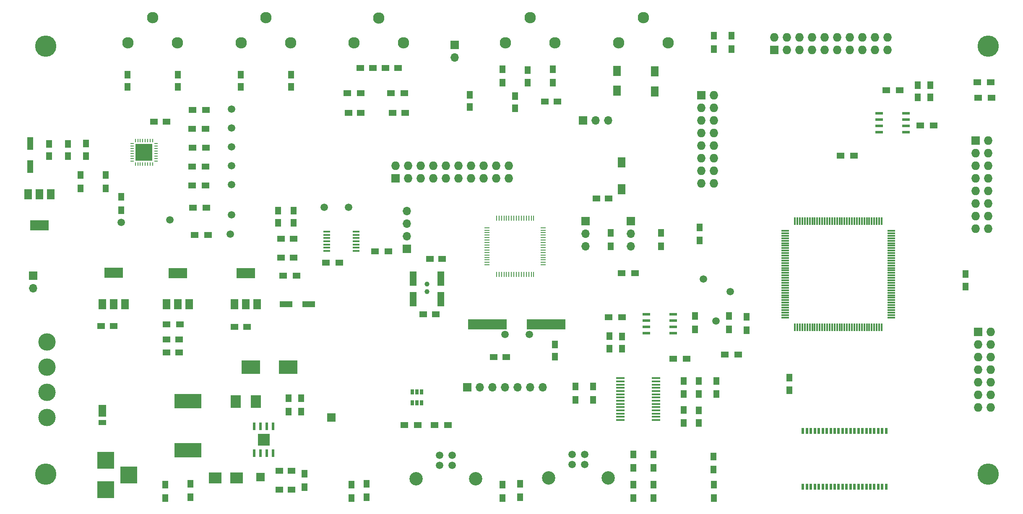
<source format=gbr>
G04 #@! TF.FileFunction,Soldermask,Top*
%FSLAX46Y46*%
G04 Gerber Fmt 4.6, Leading zero omitted, Abs format (unit mm)*
G04 Created by KiCad (PCBNEW 4.0.7-e2-6376~58~ubuntu16.04.1) date Sat Mar 23 16:58:12 2019*
%MOMM*%
%LPD*%
G01*
G04 APERTURE LIST*
%ADD10C,0.100000*%
%ADD11C,4.300000*%
%ADD12R,1.750000X0.450000*%
%ADD13C,1.500000*%
%ADD14R,3.750000X2.700000*%
%ADD15R,1.727200X1.727200*%
%ADD16O,1.727200X1.727200*%
%ADD17R,1.700000X1.700000*%
%ADD18O,1.700000X1.700000*%
%ADD19R,0.250000X1.000000*%
%ADD20R,1.000000X0.250000*%
%ADD21R,1.430000X2.850000*%
%ADD22R,1.500000X1.250000*%
%ADD23C,1.000000*%
%ADD24R,1.600000X2.000000*%
%ADD25R,1.500000X1.300000*%
%ADD26C,1.520000*%
%ADD27C,2.700000*%
%ADD28R,0.650000X1.060000*%
%ADD29R,7.875000X2.000000*%
%ADD30R,1.250000X1.500000*%
%ADD31R,1.300000X1.500000*%
%ADD32R,0.500000X1.200000*%
%ADD33R,1.550000X0.600000*%
%ADD34C,2.300000*%
%ADD35R,0.300000X1.550000*%
%ADD36R,1.550000X0.300000*%
%ADD37R,2.000000X2.500000*%
%ADD38R,2.500000X2.300000*%
%ADD39R,0.600000X1.550000*%
%ADD40R,1.175000X1.175000*%
%ADD41R,5.400040X2.900680*%
%ADD42R,1.500000X2.400000*%
%ADD43R,1.500000X1.050000*%
%ADD44R,3.500000X3.500000*%
%ADD45C,3.500000*%
%ADD46R,3.800000X2.000000*%
%ADD47R,1.500000X2.000000*%
%ADD48R,2.598420X1.198880*%
%ADD49R,2.600960X1.198880*%
%ADD50R,1.450000X0.450000*%
%ADD51R,0.250000X0.700000*%
%ADD52R,0.700000X0.250000*%
%ADD53R,1.725000X1.725000*%
%ADD54R,1.198880X2.598420*%
%ADD55R,1.198880X2.600960*%
G04 APERTURE END LIST*
D10*
D11*
X57150000Y-59690000D03*
X57150000Y-146050000D03*
X247396000Y-146050000D03*
D12*
X173140000Y-126678000D03*
X173140000Y-127328000D03*
X173140000Y-127978000D03*
X173140000Y-128628000D03*
X173140000Y-129278000D03*
X173140000Y-129928000D03*
X173140000Y-130578000D03*
X173140000Y-131228000D03*
X173140000Y-131878000D03*
X173140000Y-132528000D03*
X173140000Y-133178000D03*
X173140000Y-133828000D03*
X173140000Y-134478000D03*
X173140000Y-135128000D03*
X180340000Y-135128000D03*
X180340000Y-134478000D03*
X180340000Y-133828000D03*
X180340000Y-133178000D03*
X180340000Y-132528000D03*
X180340000Y-131878000D03*
X180340000Y-131228000D03*
X180340000Y-130578000D03*
X180340000Y-129928000D03*
X180340000Y-129278000D03*
X180340000Y-128628000D03*
X180340000Y-127978000D03*
X180340000Y-127328000D03*
X180340000Y-126678000D03*
D13*
X94361000Y-97663000D03*
D14*
X98552000Y-124460000D03*
X106102000Y-124460000D03*
D15*
X204216000Y-60452000D03*
D16*
X204216000Y-57912000D03*
X206756000Y-60452000D03*
X206756000Y-57912000D03*
X209296000Y-60452000D03*
X209296000Y-57912000D03*
X211836000Y-60452000D03*
X211836000Y-57912000D03*
X214376000Y-60452000D03*
X214376000Y-57912000D03*
X216916000Y-60452000D03*
X216916000Y-57912000D03*
X219456000Y-60452000D03*
X219456000Y-57912000D03*
X221996000Y-60452000D03*
X221996000Y-57912000D03*
X224536000Y-60452000D03*
X224536000Y-57912000D03*
X227076000Y-60452000D03*
X227076000Y-57912000D03*
D15*
X189484000Y-69596000D03*
D16*
X192024000Y-69596000D03*
X189484000Y-72136000D03*
X192024000Y-72136000D03*
X189484000Y-74676000D03*
X192024000Y-74676000D03*
X189484000Y-77216000D03*
X192024000Y-77216000D03*
X189484000Y-79756000D03*
X192024000Y-79756000D03*
X189484000Y-82296000D03*
X192024000Y-82296000D03*
X189484000Y-84836000D03*
X192024000Y-84836000D03*
X189484000Y-87376000D03*
X192024000Y-87376000D03*
D17*
X166116000Y-94996000D03*
D18*
X166116000Y-97536000D03*
X166116000Y-100076000D03*
D19*
X148142000Y-105776000D03*
X148642000Y-105776000D03*
X149142000Y-105776000D03*
X149642000Y-105776000D03*
X150142000Y-105776000D03*
X150642000Y-105776000D03*
X151142000Y-105776000D03*
X151642000Y-105776000D03*
X152142000Y-105776000D03*
X152642000Y-105776000D03*
X153142000Y-105776000D03*
X153642000Y-105776000D03*
X154142000Y-105776000D03*
X154642000Y-105776000D03*
X155142000Y-105776000D03*
X155642000Y-105776000D03*
D20*
X157592000Y-103826000D03*
X157592000Y-103326000D03*
X157592000Y-102826000D03*
X157592000Y-102326000D03*
X157592000Y-101826000D03*
X157592000Y-101326000D03*
X157592000Y-100826000D03*
X157592000Y-100326000D03*
X157592000Y-99826000D03*
X157592000Y-99326000D03*
X157592000Y-98826000D03*
X157592000Y-98326000D03*
X157592000Y-97826000D03*
X157592000Y-97326000D03*
X157592000Y-96826000D03*
X157592000Y-96326000D03*
D19*
X155642000Y-94376000D03*
X155142000Y-94376000D03*
X154642000Y-94376000D03*
X154142000Y-94376000D03*
X153642000Y-94376000D03*
X153142000Y-94376000D03*
X152642000Y-94376000D03*
X152142000Y-94376000D03*
X151642000Y-94376000D03*
X151142000Y-94376000D03*
X150642000Y-94376000D03*
X150142000Y-94376000D03*
X149642000Y-94376000D03*
X149142000Y-94376000D03*
X148642000Y-94376000D03*
X148142000Y-94376000D03*
D20*
X146192000Y-96326000D03*
X146192000Y-96826000D03*
X146192000Y-97326000D03*
X146192000Y-97826000D03*
X146192000Y-98326000D03*
X146192000Y-98826000D03*
X146192000Y-99326000D03*
X146192000Y-99826000D03*
X146192000Y-100326000D03*
X146192000Y-100826000D03*
X146192000Y-101326000D03*
X146192000Y-101826000D03*
X146192000Y-102326000D03*
X146192000Y-102826000D03*
X146192000Y-103326000D03*
X146192000Y-103826000D03*
D17*
X175260000Y-94996000D03*
D18*
X175260000Y-97536000D03*
X175260000Y-100076000D03*
D21*
X136927000Y-106637000D03*
X131297000Y-106637000D03*
X131297000Y-110787000D03*
X136927000Y-110787000D03*
D22*
X135870000Y-113792000D03*
X133370000Y-113792000D03*
X137160000Y-102616000D03*
X134660000Y-102616000D03*
D17*
X130048000Y-100584000D03*
D18*
X130048000Y-98044000D03*
X130048000Y-95504000D03*
X130048000Y-92964000D03*
D23*
X134112000Y-107696000D03*
X134112000Y-109196000D03*
D24*
X173355000Y-88552000D03*
X173355000Y-83152000D03*
D22*
X170775000Y-90424000D03*
X168275000Y-90424000D03*
X150094000Y-122428000D03*
X147594000Y-122428000D03*
D15*
X127762000Y-86360000D03*
D16*
X127762000Y-83820000D03*
X130302000Y-86360000D03*
X130302000Y-83820000D03*
X132842000Y-86360000D03*
X132842000Y-83820000D03*
X135382000Y-86360000D03*
X135382000Y-83820000D03*
X137922000Y-86360000D03*
X137922000Y-83820000D03*
X140462000Y-86360000D03*
X140462000Y-83820000D03*
X143002000Y-86360000D03*
X143002000Y-83820000D03*
X145542000Y-86360000D03*
X145542000Y-83820000D03*
X148082000Y-86360000D03*
X148082000Y-83820000D03*
X150622000Y-86360000D03*
X150622000Y-83820000D03*
D25*
X129540000Y-136144000D03*
X132240000Y-136144000D03*
D26*
X136652000Y-142272000D03*
X139192000Y-142272000D03*
X139192000Y-144272000D03*
X136652000Y-144272000D03*
D27*
X131922000Y-146972000D03*
X143922000Y-146972000D03*
D25*
X135636000Y-136144000D03*
X138336000Y-136144000D03*
D28*
X133030000Y-129456000D03*
X132080000Y-129456000D03*
X131130000Y-129456000D03*
X131130000Y-131656000D03*
X133030000Y-131656000D03*
X132080000Y-131656000D03*
D29*
X146304000Y-115824000D03*
X158179000Y-115824000D03*
D30*
X159893000Y-119888000D03*
X159893000Y-122388000D03*
D17*
X142240000Y-128524000D03*
D18*
X144780000Y-128524000D03*
X147320000Y-128524000D03*
X149860000Y-128524000D03*
X152400000Y-128524000D03*
X154940000Y-128524000D03*
X157480000Y-128524000D03*
D17*
X165608000Y-74676000D03*
D18*
X168148000Y-74676000D03*
X170688000Y-74676000D03*
D31*
X152908000Y-148002000D03*
X152908000Y-150702000D03*
X175768000Y-144780000D03*
X175768000Y-142080000D03*
D13*
X149860000Y-117856000D03*
X154740000Y-117856000D03*
D15*
X245364000Y-117348000D03*
D16*
X247904000Y-117348000D03*
X245364000Y-119888000D03*
X247904000Y-119888000D03*
X245364000Y-122428000D03*
X247904000Y-122428000D03*
X245364000Y-124968000D03*
X247904000Y-124968000D03*
X245364000Y-127508000D03*
X247904000Y-127508000D03*
X245364000Y-130048000D03*
X247904000Y-130048000D03*
X245364000Y-132588000D03*
X247904000Y-132588000D03*
D32*
X209996000Y-148609002D03*
X210796000Y-148609002D03*
X211596000Y-148609002D03*
X212396000Y-148609002D03*
X213196000Y-148609002D03*
X213996000Y-148609002D03*
X214796000Y-148609002D03*
X215596000Y-148609002D03*
X216396000Y-148609002D03*
X217196000Y-148609002D03*
X217996000Y-148609002D03*
X218796000Y-148609002D03*
X220396000Y-148609002D03*
X219596000Y-148609002D03*
X221196000Y-148609002D03*
X221996000Y-148609002D03*
X222796000Y-148609002D03*
X223596000Y-148609002D03*
X224396000Y-148609002D03*
X225196000Y-148609002D03*
X225996000Y-148609002D03*
X226796000Y-148609002D03*
X226796000Y-137309002D03*
X225996000Y-137309002D03*
X225196000Y-137309002D03*
X224396000Y-137309002D03*
X223596000Y-137309002D03*
X222796000Y-137309002D03*
X221996000Y-137309002D03*
X221196000Y-137309002D03*
X219596000Y-137309002D03*
X220396000Y-137309002D03*
X218796000Y-137309002D03*
X217996000Y-137309002D03*
X217196000Y-137309002D03*
X216396000Y-137309002D03*
X215596000Y-137309002D03*
X214796000Y-137309002D03*
X213996000Y-137309002D03*
X213196000Y-137309002D03*
X212396000Y-137309002D03*
X211596000Y-137309002D03*
X210796000Y-137309002D03*
X209996000Y-137309002D03*
D30*
X170942000Y-120737000D03*
X170942000Y-118237000D03*
D31*
X167640000Y-128364000D03*
X167640000Y-131064000D03*
D25*
X170782000Y-114427000D03*
X173482000Y-114427000D03*
D30*
X173482000Y-118277000D03*
X173482000Y-120777000D03*
D31*
X164084000Y-128364000D03*
X164084000Y-131064000D03*
X179832000Y-142080000D03*
X179832000Y-144780000D03*
X179832000Y-150876000D03*
X179832000Y-148176000D03*
D26*
X163418000Y-142112000D03*
X165958000Y-142112000D03*
X165958000Y-144112000D03*
X163418000Y-144112000D03*
D27*
X158688000Y-146812000D03*
X170688000Y-146812000D03*
D31*
X149352000Y-150876000D03*
X149352000Y-148176000D03*
X175768000Y-150876000D03*
X175768000Y-148176000D03*
X198628000Y-117000000D03*
X198628000Y-114300000D03*
X188214000Y-116840000D03*
X188214000Y-114140000D03*
X195072000Y-114140000D03*
X195072000Y-116840000D03*
D33*
X183802000Y-117602000D03*
X183802000Y-116332000D03*
X183802000Y-115062000D03*
X183802000Y-113792000D03*
X178402000Y-113792000D03*
X178402000Y-115062000D03*
X178402000Y-116332000D03*
X178402000Y-117602000D03*
D31*
X185928000Y-129921000D03*
X185928000Y-127221000D03*
X188976000Y-129921000D03*
X188976000Y-127221000D03*
X192532000Y-129921000D03*
X192532000Y-127221000D03*
D25*
X186516000Y-122809000D03*
X183816000Y-122809000D03*
X194230000Y-121920000D03*
X196930000Y-121920000D03*
D30*
X207264000Y-126619000D03*
X207264000Y-129119000D03*
D31*
X191897000Y-142461000D03*
X191897000Y-145161000D03*
D30*
X188976000Y-135723000D03*
X188976000Y-133223000D03*
D31*
X192024000Y-150876000D03*
X192024000Y-148176000D03*
X185928000Y-135763000D03*
X185928000Y-133063000D03*
D30*
X151892000Y-72243000D03*
X151892000Y-69743000D03*
X142748000Y-72009000D03*
X142748000Y-69509000D03*
D31*
X159512000Y-67056000D03*
X159512000Y-64356000D03*
D17*
X139700000Y-59436000D03*
D18*
X139700000Y-61976000D03*
D30*
X154432000Y-64556000D03*
X154432000Y-67056000D03*
D34*
X154940000Y-53975000D03*
X159940000Y-58975000D03*
X149940000Y-58975000D03*
D31*
X149352000Y-67056000D03*
X149352000Y-64356000D03*
D34*
X177800000Y-53975000D03*
X182800000Y-58975000D03*
X172800000Y-58975000D03*
D22*
X160401000Y-70866000D03*
X157901000Y-70866000D03*
D24*
X172466000Y-68675000D03*
X172466000Y-64675000D03*
X180086000Y-68802000D03*
X180086000Y-64802000D03*
D13*
X195326000Y-109220000D03*
D31*
X181356000Y-97376000D03*
X181356000Y-100076000D03*
X171196000Y-97376000D03*
X171196000Y-100076000D03*
D25*
X118030000Y-69215000D03*
X120730000Y-69215000D03*
D22*
X128250000Y-64135000D03*
X125750000Y-64135000D03*
X120670000Y-64135000D03*
X123170000Y-64135000D03*
X118257000Y-73152000D03*
X120757000Y-73152000D03*
X127167000Y-73152000D03*
X129667000Y-73152000D03*
D34*
X124380000Y-54055000D03*
X129380000Y-59055000D03*
X119380000Y-59055000D03*
D25*
X126840000Y-69215000D03*
X129540000Y-69215000D03*
D13*
X192405000Y-115189000D03*
X189865000Y-106680000D03*
D25*
X173355000Y-105537000D03*
X176055000Y-105537000D03*
D31*
X189103000Y-98933000D03*
X189103000Y-96233000D03*
D25*
X217598000Y-81788000D03*
X220298000Y-81788000D03*
D31*
X195580000Y-57578000D03*
X195580000Y-60278000D03*
X192024000Y-57578000D03*
X192024000Y-60278000D03*
D25*
X226822000Y-68580000D03*
X229522000Y-68580000D03*
D33*
X225392000Y-73279000D03*
X225392000Y-74549000D03*
X225392000Y-75819000D03*
X225392000Y-77089000D03*
X230792000Y-77089000D03*
X230792000Y-75819000D03*
X230792000Y-74549000D03*
X230792000Y-73279000D03*
D30*
X242824000Y-108204000D03*
X242824000Y-105704000D03*
D15*
X244856000Y-78740000D03*
D16*
X247396000Y-78740000D03*
X244856000Y-81280000D03*
X247396000Y-81280000D03*
X244856000Y-83820000D03*
X247396000Y-83820000D03*
X244856000Y-86360000D03*
X247396000Y-86360000D03*
X244856000Y-88900000D03*
X247396000Y-88900000D03*
X244856000Y-91440000D03*
X247396000Y-91440000D03*
X244856000Y-93980000D03*
X247396000Y-93980000D03*
X244856000Y-96520000D03*
X247396000Y-96520000D03*
D35*
X225876000Y-94996000D03*
X225376000Y-94996000D03*
X224876000Y-94996000D03*
X224376000Y-94996000D03*
X223876000Y-94996000D03*
X223376000Y-94996000D03*
X222876000Y-94996000D03*
X222376000Y-94996000D03*
X221876000Y-94996000D03*
X221376000Y-94996000D03*
X220876000Y-94996000D03*
X220376000Y-94996000D03*
X219876000Y-94996000D03*
X219376000Y-94996000D03*
X218876000Y-94996000D03*
X218376000Y-94996000D03*
X217876000Y-94996000D03*
X217376000Y-94996000D03*
X216876000Y-94996000D03*
X216376000Y-94996000D03*
X215876000Y-94996000D03*
X215376000Y-94996000D03*
X214876000Y-94996000D03*
X214376000Y-94996000D03*
X213876000Y-94996000D03*
X213376000Y-94996000D03*
X212876000Y-94996000D03*
X212376000Y-94996000D03*
X211876000Y-94996000D03*
X211376000Y-94996000D03*
X210876000Y-94996000D03*
X210376000Y-94996000D03*
X209876000Y-94996000D03*
X209376000Y-94996000D03*
X208876000Y-94996000D03*
X208376000Y-94996000D03*
D36*
X206426000Y-96946000D03*
X206426000Y-97446000D03*
X206426000Y-97946000D03*
X206426000Y-98446000D03*
X206426000Y-98946000D03*
X206426000Y-99446000D03*
X206426000Y-99946000D03*
X206426000Y-100446000D03*
X206426000Y-100946000D03*
X206426000Y-101446000D03*
X206426000Y-101946000D03*
X206426000Y-102446000D03*
X206426000Y-102946000D03*
X206426000Y-103446000D03*
X206426000Y-103946000D03*
X206426000Y-104446000D03*
X206426000Y-104946000D03*
X206426000Y-105446000D03*
X206426000Y-105946000D03*
X206426000Y-106446000D03*
X206426000Y-106946000D03*
X206426000Y-107446000D03*
X206426000Y-107946000D03*
X206426000Y-108446000D03*
X206426000Y-108946000D03*
X206426000Y-109446000D03*
X206426000Y-109946000D03*
X206426000Y-110446000D03*
X206426000Y-110946000D03*
X206426000Y-111446000D03*
X206426000Y-111946000D03*
X206426000Y-112446000D03*
X206426000Y-112946000D03*
X206426000Y-113446000D03*
X206426000Y-113946000D03*
X206426000Y-114446000D03*
D35*
X208376000Y-116396000D03*
X208876000Y-116396000D03*
X209376000Y-116396000D03*
X209876000Y-116396000D03*
X210376000Y-116396000D03*
X210876000Y-116396000D03*
X211376000Y-116396000D03*
X211876000Y-116396000D03*
X212376000Y-116396000D03*
X212876000Y-116396000D03*
X213376000Y-116396000D03*
X213876000Y-116396000D03*
X214376000Y-116396000D03*
X214876000Y-116396000D03*
X215376000Y-116396000D03*
X215876000Y-116396000D03*
X216376000Y-116396000D03*
X216876000Y-116396000D03*
X217376000Y-116396000D03*
X217876000Y-116396000D03*
X218376000Y-116396000D03*
X218876000Y-116396000D03*
X219376000Y-116396000D03*
X219876000Y-116396000D03*
X220376000Y-116396000D03*
X220876000Y-116396000D03*
X221376000Y-116396000D03*
X221876000Y-116396000D03*
X222376000Y-116396000D03*
X222876000Y-116396000D03*
X223376000Y-116396000D03*
X223876000Y-116396000D03*
X224376000Y-116396000D03*
X224876000Y-116396000D03*
X225376000Y-116396000D03*
X225876000Y-116396000D03*
D36*
X227826000Y-114446000D03*
X227826000Y-113946000D03*
X227826000Y-113446000D03*
X227826000Y-112946000D03*
X227826000Y-112446000D03*
X227826000Y-111946000D03*
X227826000Y-111446000D03*
X227826000Y-110946000D03*
X227826000Y-110446000D03*
X227826000Y-109946000D03*
X227826000Y-109446000D03*
X227826000Y-108946000D03*
X227826000Y-108446000D03*
X227826000Y-107946000D03*
X227826000Y-107446000D03*
X227826000Y-106946000D03*
X227826000Y-106446000D03*
X227826000Y-105946000D03*
X227826000Y-105446000D03*
X227826000Y-104946000D03*
X227826000Y-104446000D03*
X227826000Y-103946000D03*
X227826000Y-103446000D03*
X227826000Y-102946000D03*
X227826000Y-102446000D03*
X227826000Y-101946000D03*
X227826000Y-101446000D03*
X227826000Y-100946000D03*
X227826000Y-100446000D03*
X227826000Y-99946000D03*
X227826000Y-99446000D03*
X227826000Y-98946000D03*
X227826000Y-98446000D03*
X227826000Y-97946000D03*
X227826000Y-97446000D03*
X227826000Y-96946000D03*
D25*
X247880998Y-66973001D03*
X245180998Y-66973001D03*
D30*
X233172000Y-70064000D03*
X233172000Y-67564000D03*
X235712000Y-70064000D03*
X235712000Y-67564000D03*
D25*
X248064000Y-70104000D03*
X245364000Y-70104000D03*
X236380000Y-75692000D03*
X233680000Y-75692000D03*
D22*
X104287000Y-145415000D03*
X106787000Y-145415000D03*
D37*
X95536000Y-131445000D03*
X99536000Y-131445000D03*
D31*
X108712000Y-133430000D03*
X108712000Y-130730000D03*
D38*
X91322000Y-146812000D03*
X95622000Y-146812000D03*
D17*
X100457000Y-146685000D03*
X114808000Y-134620000D03*
D31*
X106172000Y-130730000D03*
X106172000Y-133430000D03*
D39*
X99234500Y-141812500D03*
X100504500Y-141812500D03*
X101774500Y-141812500D03*
X103044500Y-141812500D03*
X103044500Y-136412500D03*
X101774500Y-136412500D03*
X100504500Y-136412500D03*
X99234500Y-136412500D03*
D40*
X101727000Y-138525000D03*
X100552000Y-138525000D03*
X101727000Y-139700000D03*
X100552000Y-139700000D03*
D31*
X86360000Y-150702000D03*
X86360000Y-148002000D03*
X81280000Y-150876000D03*
X81280000Y-148176000D03*
D41*
X85852000Y-141224000D03*
X85852000Y-131323080D03*
D42*
X68580000Y-133261000D03*
D43*
X68580000Y-135636000D03*
D44*
X69215000Y-143225000D03*
X69215000Y-149225000D03*
X73915000Y-146225000D03*
D45*
X57404000Y-134620000D03*
X57404000Y-129540000D03*
X57404000Y-124460000D03*
X57404000Y-119380000D03*
D22*
X104287000Y-149225000D03*
X106787000Y-149225000D03*
D31*
X121920000Y-148002000D03*
X121920000Y-150702000D03*
X118872000Y-150876000D03*
X118872000Y-148176000D03*
X109347000Y-145970000D03*
X109347000Y-148670000D03*
D22*
X84054000Y-121539000D03*
X81554000Y-121539000D03*
D25*
X84234000Y-115824000D03*
X81534000Y-115824000D03*
D22*
X84054000Y-118872000D03*
X81554000Y-118872000D03*
X70826000Y-116205000D03*
X68326000Y-116205000D03*
D46*
X83804240Y-105460000D03*
D47*
X83804240Y-111760000D03*
X86104240Y-111760000D03*
X81504240Y-111760000D03*
D46*
X55880000Y-95885000D03*
D47*
X55880000Y-89585000D03*
X53580000Y-89585000D03*
X58180000Y-89585000D03*
D17*
X54610000Y-106045000D03*
D18*
X54610000Y-108585000D03*
D46*
X70866000Y-105435000D03*
D47*
X70866000Y-111735000D03*
X73166000Y-111735000D03*
X68566000Y-111735000D03*
D22*
X97770000Y-116332000D03*
X95270000Y-116332000D03*
D48*
X110236000Y-111760000D03*
D49*
X105633520Y-111760000D03*
D25*
X107729000Y-106045000D03*
X105029000Y-106045000D03*
D46*
X97536000Y-105460000D03*
D47*
X97536000Y-111760000D03*
X99836000Y-111760000D03*
X95236000Y-111760000D03*
D50*
X113890000Y-97110000D03*
X113890000Y-97760000D03*
X113890000Y-98410000D03*
X113890000Y-99060000D03*
X113890000Y-99710000D03*
X113890000Y-100360000D03*
X113890000Y-101010000D03*
X119790000Y-101010000D03*
X119790000Y-100360000D03*
X119790000Y-99710000D03*
X119790000Y-99060000D03*
X119790000Y-98410000D03*
X119790000Y-97760000D03*
X119790000Y-97110000D03*
D30*
X107188000Y-92857000D03*
X107188000Y-95357000D03*
X104013000Y-92857000D03*
X104013000Y-95357000D03*
D22*
X107168000Y-98552000D03*
X104668000Y-98552000D03*
X107168000Y-102362000D03*
X104668000Y-102362000D03*
D13*
X113357000Y-92202000D03*
X118237000Y-92202000D03*
D25*
X89417639Y-87796615D03*
X86717639Y-87796615D03*
X89417639Y-83986615D03*
X86717639Y-83986615D03*
X89497639Y-80176615D03*
X86797639Y-80176615D03*
D13*
X94615000Y-83820000D03*
X94615000Y-80010000D03*
D22*
X79014000Y-74930000D03*
X81514000Y-74930000D03*
D30*
X65278000Y-79375000D03*
X65278000Y-81875000D03*
D51*
X75225000Y-83525000D03*
X75725000Y-83525000D03*
X76225000Y-83525000D03*
X76725000Y-83525000D03*
X77225000Y-83525000D03*
X77725000Y-83525000D03*
X78225000Y-83525000D03*
X78725000Y-83525000D03*
D52*
X79375000Y-82875000D03*
X79375000Y-82375000D03*
X79375000Y-81875000D03*
X79375000Y-81375000D03*
X79375000Y-80875000D03*
X79375000Y-80375000D03*
X79375000Y-79875000D03*
X79375000Y-79375000D03*
D51*
X78725000Y-78725000D03*
X78225000Y-78725000D03*
X77725000Y-78725000D03*
X77225000Y-78725000D03*
X76725000Y-78725000D03*
X76225000Y-78725000D03*
X75725000Y-78725000D03*
X75225000Y-78725000D03*
D52*
X74575000Y-79375000D03*
X74575000Y-79875000D03*
X74575000Y-80375000D03*
X74575000Y-80875000D03*
X74575000Y-81375000D03*
X74575000Y-81875000D03*
X74575000Y-82375000D03*
X74575000Y-82875000D03*
D53*
X77837500Y-80262500D03*
X76112500Y-80262500D03*
X77837500Y-81987500D03*
X76112500Y-81987500D03*
D13*
X82169000Y-94742000D03*
D25*
X89497639Y-72556615D03*
X86797639Y-72556615D03*
X89417639Y-76366615D03*
X86717639Y-76366615D03*
D13*
X94615000Y-72390000D03*
X94615000Y-76200000D03*
D31*
X69215000Y-88425000D03*
X69215000Y-85725000D03*
X72390000Y-92790000D03*
X72390000Y-90090000D03*
D13*
X72390000Y-95250000D03*
D30*
X57785000Y-79395000D03*
X57785000Y-81895000D03*
D31*
X64135000Y-88425000D03*
X64135000Y-85725000D03*
D54*
X53975000Y-79375000D03*
D55*
X53975000Y-83977480D03*
D30*
X61595000Y-79395000D03*
X61595000Y-81895000D03*
D34*
X78740000Y-53975000D03*
X83740000Y-58975000D03*
X73740000Y-58975000D03*
D30*
X83820000Y-67925000D03*
X83820000Y-65425000D03*
X106680000Y-67925000D03*
X106680000Y-65425000D03*
X73660000Y-67925000D03*
X73660000Y-65425000D03*
X96520000Y-67925000D03*
X96520000Y-65425000D03*
D34*
X101600000Y-53975000D03*
X106600000Y-58975000D03*
X96600000Y-58975000D03*
D13*
X94615000Y-87630000D03*
D25*
X89878639Y-97829615D03*
X87178639Y-97829615D03*
D13*
X94615000Y-93726000D03*
D25*
X89568000Y-92329000D03*
X86868000Y-92329000D03*
D11*
X247396000Y-59690000D03*
D25*
X113712000Y-103378000D03*
X116412000Y-103378000D03*
X126318000Y-101092000D03*
X123618000Y-101092000D03*
M02*

</source>
